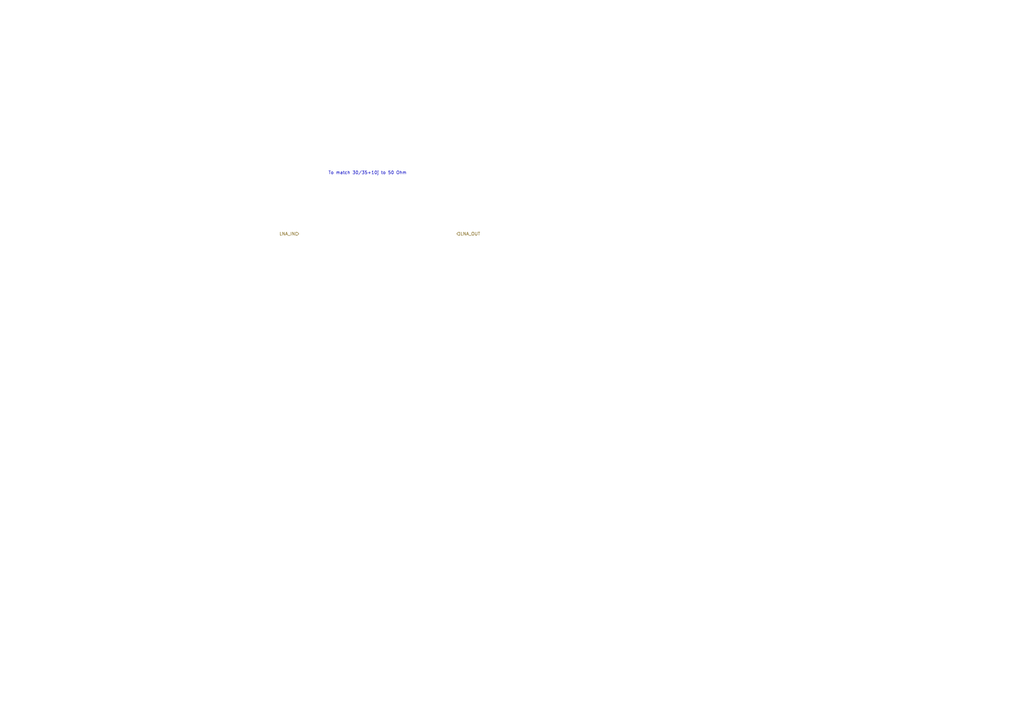
<source format=kicad_sch>
(kicad_sch (version 20211123) (generator eeschema)
  (paper "A3")
  (title_block (title "Tracer") (date "2022-03-21") (rev "B"))
  (lib_symbols)
  (text "To match 30/35+10j to 50 Ohm" (at 134.62 71.755 0) (effects (font (size 1.27 1.27)) (justify left bottom)))
  (hierarchical_label "LNA_OUT" (shape input) (at 187.325 95.885 0))
  (hierarchical_label "LNA_IN" (shape input) (at 122.555 95.885 180))
)
</source>
